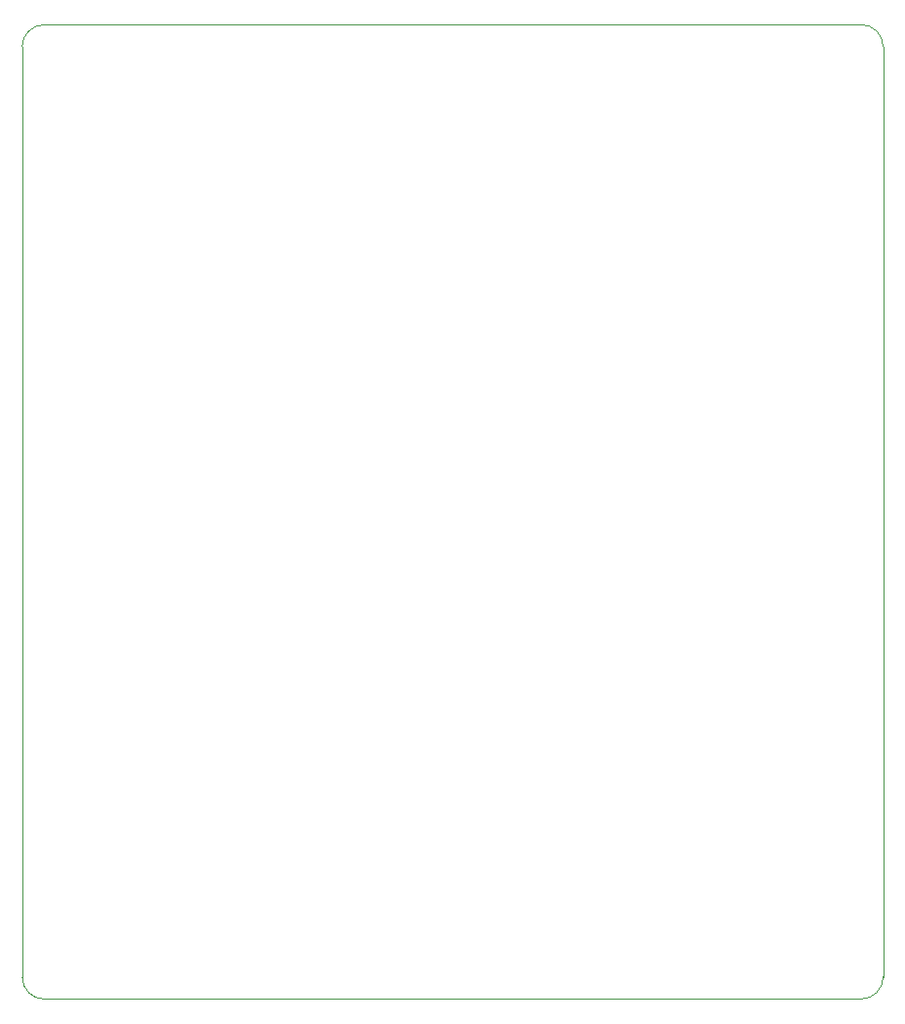
<source format=gbr>
%TF.GenerationSoftware,KiCad,Pcbnew,(7.0.0)*%
%TF.CreationDate,2024-02-24T11:01:10-08:00*%
%TF.ProjectId,Bottom_Board,426f7474-6f6d-45f4-926f-6172642e6b69,0*%
%TF.SameCoordinates,Original*%
%TF.FileFunction,Profile,NP*%
%FSLAX46Y46*%
G04 Gerber Fmt 4.6, Leading zero omitted, Abs format (unit mm)*
G04 Created by KiCad (PCBNEW (7.0.0)) date 2024-02-24 11:01:10*
%MOMM*%
%LPD*%
G01*
G04 APERTURE LIST*
%TA.AperFunction,Profile*%
%ADD10C,0.100000*%
%TD*%
G04 APERTURE END LIST*
D10*
X101903000Y-63000000D02*
G75*
G03*
X99995800Y-64907200I0J-1907200D01*
G01*
X174750000Y-64903000D02*
G75*
G03*
X172842800Y-62995800I-1907200J0D01*
G01*
X172847000Y-147495800D02*
X101907200Y-147504200D01*
X172847000Y-147495800D02*
G75*
G03*
X174750000Y-145592800I0J1903000D01*
G01*
X101903000Y-63000000D02*
X172842800Y-62995800D01*
X174750000Y-64903000D02*
X174750000Y-145592800D01*
X100000000Y-145597000D02*
X99995800Y-64907200D01*
X100000000Y-145597000D02*
G75*
G03*
X101907200Y-147504200I1907200J0D01*
G01*
M02*

</source>
